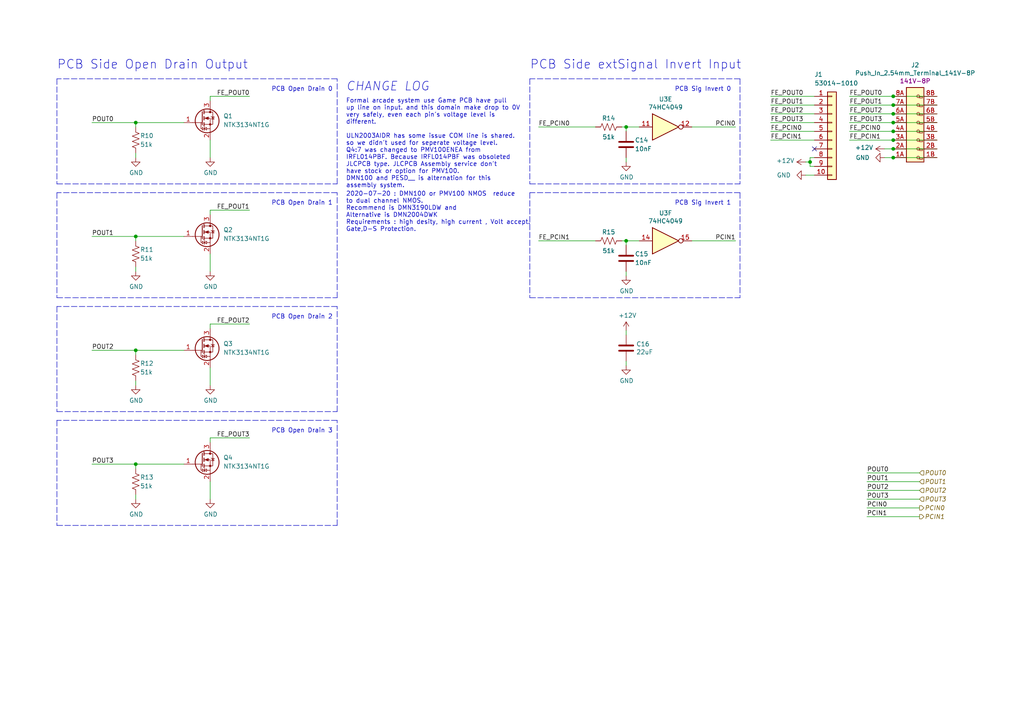
<source format=kicad_sch>
(kicad_sch (version 20210621) (generator eeschema)
  (paper "A4")
  (title_block (title "Host Side") (date "2021-07-20") (rev "0.1") (company "Jinwoo Park, pmnxis@gmail.com") (comment 2 "IoT automation & statics support gadget for") (comment 3 "arcade amusement machine with WLAN.") (comment 4 "CERN-OHL-S-2.0"))
  (lib_symbols
    (symbol "4xxx:4049" (pin_names (offset 1.016))
      (property "Reference" "U" (at 0 1.27 0))
      (property "Value" "4049" (at 0 -1.27 0))
      (symbol "4049_1_0"
        (polyline (pts (xy -3.81 3.81) (xy -3.81 -3.81) (xy 3.81 0) (xy -3.81 3.81)) (stroke (width 0.254)) (fill (type background)))
        (pin output inverted (at 7.62 0 180) (length 3.81) (name "~") (number "2"))
        (pin input line (at -7.62 0 0) (length 3.81) (name "~") (number "3"))
      )
      (symbol "4049_2_0"
        (polyline (pts (xy -3.81 3.81) (xy -3.81 -3.81) (xy 3.81 0) (xy -3.81 3.81)) (stroke (width 0.254)) (fill (type background)))
        (pin output inverted (at 7.62 0 180) (length 3.81) (name "~") (number "4"))
        (pin input line (at -7.62 0 0) (length 3.81) (name "~") (number "5"))
      )
      (symbol "4049_3_0"
        (polyline (pts (xy -3.81 3.81) (xy -3.81 -3.81) (xy 3.81 0) (xy -3.81 3.81)) (stroke (width 0.254)) (fill (type background)))
        (pin output inverted (at 7.62 0 180) (length 3.81) (name "~") (number "6"))
        (pin input line (at -7.62 0 0) (length 3.81) (name "~") (number "7"))
      )
      (symbol "4049_4_0"
        (polyline (pts (xy -3.81 3.81) (xy -3.81 -3.81) (xy 3.81 0) (xy -3.81 3.81)) (stroke (width 0.254)) (fill (type background)))
        (pin output inverted (at 7.62 0 180) (length 3.81) (name "~") (number "10"))
        (pin input line (at -7.62 0 0) (length 3.81) (name "~") (number "9"))
      )
      (symbol "4049_5_0"
        (polyline (pts (xy -3.81 3.81) (xy -3.81 -3.81) (xy 3.81 0) (xy -3.81 3.81)) (stroke (width 0.254)) (fill (type background)))
        (pin input line (at -7.62 0 0) (length 3.81) (name "~") (number "11"))
        (pin output inverted (at 7.62 0 180) (length 3.81) (name "~") (number "12"))
      )
      (symbol "4049_6_0"
        (polyline (pts (xy -3.81 3.81) (xy -3.81 -3.81) (xy 3.81 0) (xy -3.81 3.81)) (stroke (width 0.254)) (fill (type background)))
        (pin input line (at -7.62 0 0) (length 3.81) (name "~") (number "14"))
        (pin output inverted (at 7.62 0 180) (length 3.81) (name "~") (number "15"))
      )
      (symbol "4049_7_0"
        (pin power_in line (at 0 12.7 270) (length 5.08) (name "VCC") (number "1"))
        (pin power_in line (at 0 -12.7 90) (length 5.08) (name "VSS") (number "8"))
      )
      (symbol "4049_7_1"
        (rectangle (start -5.08 7.62) (end 5.08 -7.62) (stroke (width 0.254)) (fill (type background)))
      )
    )
    (symbol "Connector_Extended_141V:Push_In_2.54mm_Terminal_141V-8P" (pin_names (offset 1.016) hide)
      (property "Reference" "J" (at -3.81 0 0))
      (property "Value" "Push_In_2.54mm_Terminal_141V-8P" (at -1.905 -2.54 0))
      (property "MFR.Part#" "141V-8P" (at -1.905 -5.08 0))
      (symbol "Push_In_2.54mm_Terminal_141V-8P_1_1"
        (circle (center 0.0254 -0.381) (radius 0.4064))
        (circle (center 2.5654 -0.381) (radius 0.4064))
        (circle (center 5.1054 -0.381) (radius 0.4064))
        (circle (center 7.6454 -0.381) (radius 0.4064))
        (circle (center 10.1854 -0.381) (radius 0.4064))
        (circle (center 12.7254 -0.381) (radius 0.4064))
        (circle (center 15.2654 -0.381) (radius 0.4064))
        (circle (center 17.8054 -0.381) (radius 0.4064))
        (rectangle (start -0.4826 0) (end -0.1016 0.889))
        (rectangle (start 2.0574 0) (end 2.4384 0.889))
        (rectangle (start 4.5974 0) (end 4.9784 0.889))
        (rectangle (start 7.1374 0) (end 7.5184 0.889))
        (rectangle (start 9.6774 0) (end 10.0584 0.889))
        (rectangle (start 12.2174 0) (end 12.5984 0.889))
        (rectangle (start 14.7574 0) (end 15.1384 0.889))
        (rectangle (start 17.2974 0) (end 17.6784 0.889))
        (rectangle (start 20.32 1.27) (end -1.27 -3.81) (stroke (width 0.254)) (fill (type background)))
        (pin passive line (at 0 -7.62 90) (length 3.81) (name "Pin_1A") (number "1A"))
        (pin passive line (at 0 5.08 270) (length 3.81) (name "Pin_1B") (number "1B"))
        (pin passive line (at 2.54 -7.62 90) (length 3.81) (name "Pin_2A") (number "2A"))
        (pin passive line (at 2.54 5.08 270) (length 3.81) (name "Pin_2B") (number "2B"))
        (pin passive line (at 5.08 -7.62 90) (length 3.81) (name "Pin_3A") (number "3A"))
        (pin passive line (at 5.08 5.08 270) (length 3.81) (name "Pin_3B") (number "3B"))
        (pin passive line (at 7.62 -7.62 90) (length 3.81) (name "Pin_4A") (number "4A"))
        (pin passive line (at 7.62 5.08 270) (length 3.81) (name "Pin_4B") (number "4B"))
        (pin passive line (at 10.16 -7.62 90) (length 3.81) (name "Pin_5A") (number "5A"))
        (pin passive line (at 10.16 5.08 270) (length 3.81) (name "Pin_5B") (number "5B"))
        (pin passive line (at 12.7 -7.62 90) (length 3.81) (name "Pin_6A") (number "6A"))
        (pin passive line (at 12.7 5.08 270) (length 3.81) (name "Pin_6B") (number "6B"))
        (pin passive line (at 15.24 -7.62 90) (length 3.81) (name "Pin_7A") (number "7A"))
        (pin passive line (at 15.24 5.08 270) (length 3.81) (name "Pin_7B") (number "7B"))
        (pin passive line (at 17.78 -7.62 90) (length 3.81) (name "Pin_8A") (number "8A"))
        (pin passive line (at 17.78 5.08 270) (length 3.81) (name "Pin_8B") (number "8B"))
      )
    )
    (symbol "Connector_Generic:Conn_01x10" (pin_names (offset 1.016) hide)
      (property "Reference" "J" (at 0 12.7 0))
      (property "Value" "Conn_01x10" (at 0 -15.24 0))
      (symbol "Conn_01x10_1_1"
        (rectangle (start -1.27 -12.573) (end 0 -12.827) (stroke (width 0.1524)))
        (rectangle (start -1.27 -10.033) (end 0 -10.287) (stroke (width 0.1524)))
        (rectangle (start -1.27 -7.493) (end 0 -7.747) (stroke (width 0.1524)))
        (rectangle (start -1.27 -4.953) (end 0 -5.207) (stroke (width 0.1524)))
        (rectangle (start -1.27 -2.413) (end 0 -2.667) (stroke (width 0.1524)))
        (rectangle (start -1.27 0.127) (end 0 -0.127) (stroke (width 0.1524)))
        (rectangle (start -1.27 2.667) (end 0 2.413) (stroke (width 0.1524)))
        (rectangle (start -1.27 5.207) (end 0 4.953) (stroke (width 0.1524)))
        (rectangle (start -1.27 7.747) (end 0 7.493) (stroke (width 0.1524)))
        (rectangle (start -1.27 10.287) (end 0 10.033) (stroke (width 0.1524)))
        (rectangle (start -1.27 11.43) (end 1.27 -13.97) (stroke (width 0.254)) (fill (type background)))
        (pin passive line (at -5.08 10.16 0) (length 3.81) (name "Pin_1") (number "1"))
        (pin passive line (at -5.08 -12.7 0) (length 3.81) (name "Pin_10") (number "10"))
        (pin passive line (at -5.08 7.62 0) (length 3.81) (name "Pin_2") (number "2"))
        (pin passive line (at -5.08 5.08 0) (length 3.81) (name "Pin_3") (number "3"))
        (pin passive line (at -5.08 2.54 0) (length 3.81) (name "Pin_4") (number "4"))
        (pin passive line (at -5.08 0 0) (length 3.81) (name "Pin_5") (number "5"))
        (pin passive line (at -5.08 -2.54 0) (length 3.81) (name "Pin_6") (number "6"))
        (pin passive line (at -5.08 -5.08 0) (length 3.81) (name "Pin_7") (number "7"))
        (pin passive line (at -5.08 -7.62 0) (length 3.81) (name "Pin_8") (number "8"))
        (pin passive line (at -5.08 -10.16 0) (length 3.81) (name "Pin_9") (number "9"))
      )
    )
    (symbol "Device:C" (pin_numbers hide) (pin_names (offset 0.254))
      (property "Reference" "C" (at 0.635 2.54 0))
      (property "Value" "C" (at 0.635 -2.54 0))
      (symbol "C_0_1"
        (polyline (pts (xy -2.032 -0.762) (xy 2.032 -0.762)) (stroke (width 0.508)))
        (polyline (pts (xy -2.032 0.762) (xy 2.032 0.762)) (stroke (width 0.508)))
      )
      (symbol "C_1_1"
        (pin passive line (at 0 3.81 270) (length 2.794) (name "~") (number "1"))
        (pin passive line (at 0 -3.81 90) (length 2.794) (name "~") (number "2"))
      )
    )
    (symbol "Device:R_US" (pin_numbers hide) (pin_names (offset 0))
      (property "Reference" "R" (at 2.54 0 90))
      (property "Value" "R_US" (at -2.54 0 90))
      (symbol "R_US_0_1"
        (polyline (pts (xy 0 -2.286) (xy 0 -2.54)))
        (polyline (pts (xy 0 2.286) (xy 0 2.54)))
        (polyline (pts (xy 0 -0.762) (xy 1.016 -1.143) (xy 0 -1.524) (xy -1.016 -1.905) (xy 0 -2.286)))
        (polyline (pts (xy 0 0.762) (xy 1.016 0.381) (xy 0 0) (xy -1.016 -0.381) (xy 0 -0.762)))
        (polyline (pts (xy 0 2.286) (xy 1.016 1.905) (xy 0 1.524) (xy -1.016 1.143) (xy 0 0.762)))
      )
      (symbol "R_US_1_1"
        (pin passive line (at 0 3.81 270) (length 1.27) (name "~") (number "1"))
        (pin passive line (at 0 -3.81 90) (length 1.27) (name "~") (number "2"))
      )
    )
    (symbol "Transistor_FET_Extended:DMN100-7-F" (pin_names hide)
      (property "Reference" "Q" (at 5.08 1.905 0))
      (property "Value" "DMN100-7-F" (at 5.08 0 0))
      (symbol "DMN100-7-F_0_1"
        (circle (center 2.54 -0.508) (radius 0.254) (fill (type outline)))
        (circle (center 2.54 3.048) (radius 0.254) (fill (type outline)))
        (polyline (pts (xy 0.254 0) (xy -2.54 0)))
        (polyline (pts (xy 0.254 3.175) (xy 0.254 -0.635)) (stroke (width 0.254)))
        (polyline (pts (xy 0.762 0) (xy 0.762 -1.016)) (stroke (width 0.254)))
        (polyline (pts (xy 0.762 1.778) (xy 0.762 0.762)) (stroke (width 0.254)))
        (polyline (pts (xy 0.762 3.556) (xy 0.762 2.54)) (stroke (width 0.254)))
        (polyline (pts (xy 2.54 -1.778) (xy 1.524 -1.778)))
        (polyline (pts (xy 2.54 3.81) (xy 2.54 3.048)))
        (polyline (pts (xy -0.127 0) (xy -0.127 -1.778) (xy 0.254 -1.778)))
        (polyline (pts (xy 2.54 -2.54) (xy 2.54 1.27) (xy 0.762 1.27)))
        (polyline (pts (xy 0.762 -0.508) (xy 3.302 -0.508) (xy 3.302 3.048) (xy 0.762 3.048)))
        (polyline (pts (xy 2.794 1.778) (xy 2.921 1.651) (xy 3.683 1.651) (xy 3.81 1.524)))
        (polyline (pts (xy 3.302 1.651) (xy 2.921 1.016) (xy 3.683 1.016) (xy 3.302 1.651)))
        (polyline (pts (xy 1.016 1.27) (xy 2.032 1.651) (xy 2.032 0.889) (xy 1.016 1.27)) (fill (type outline)))
      )
      (symbol "DMN100-7-F_1_1"
        (circle (center 1.651 0.508) (radius 3.4544) (stroke (width 0.254)))
        (polyline (pts (xy 0.762 -2.286) (xy 0.889 -2.159) (xy 0.889 -1.397) (xy 1.016 -1.27)))
        (polyline (pts (xy 0.889 -1.778) (xy 0.254 -1.397) (xy 0.254 -2.159) (xy 0.889 -1.778)))
        (polyline (pts (xy 0.889 -1.778) (xy 1.524 -2.159) (xy 1.524 -1.397) (xy 0.889 -1.778)))
        (pin input line (at -5.08 0 0) (length 2.54) (name "G") (number "1"))
        (pin passive line (at 2.54 -5.08 90) (length 2.54) (name "S") (number "2"))
        (pin passive line (at 2.54 6.35 270) (length 2.54) (name "D") (number "3"))
      )
    )
    (symbol "power:+12V" (power) (pin_names (offset 0))
      (property "Value" "+12V" (at 0 3.556 0))
      (symbol "+12V_0_1"
        (polyline (pts (xy -0.762 1.27) (xy 0 2.54)))
        (polyline (pts (xy 0 0) (xy 0 2.54)))
        (polyline (pts (xy 0 2.54) (xy 0.762 1.27)))
      )
      (symbol "+12V_1_1"
        (pin power_in line (at 0 0 90) (length 0) hide (name "+12V") (number "1"))
      )
    )
    (symbol "power:GND" (power) (pin_names (offset 0))
      (property "Value" "GND" (at 0 -3.81 0))
      (symbol "GND_0_1"
        (polyline (pts (xy 0 0) (xy 0 -1.27) (xy 1.27 -1.27) (xy 0 -2.54) (xy -1.27 -1.27) (xy 0 -1.27)))
      )
      (symbol "GND_1_1"
        (pin power_in line (at 0 0 270) (length 0) hide (name "GND") (number "1"))
      )
    )
  )
  (junction (at 39.37 35.56) (diameter 0.9144))
  (junction (at 39.37 68.58) (diameter 0.9144))
  (junction (at 39.37 101.6) (diameter 0.9144))
  (junction (at 39.37 134.62) (diameter 0.9144))
  (junction (at 181.61 36.83) (diameter 0.9144))
  (junction (at 181.61 69.85) (diameter 0.9144))
  (junction (at 234.95 46.99) (diameter 0.9144))
  (junction (at 259.08 27.94) (diameter 0.9144))
  (junction (at 259.08 30.48) (diameter 0.9144))
  (junction (at 259.08 33.02) (diameter 0.9144))
  (junction (at 259.08 35.56) (diameter 0.9144))
  (junction (at 259.08 38.1) (diameter 0.9144))
  (junction (at 259.08 40.64) (diameter 0.9144))
  (junction (at 259.08 43.18) (diameter 0.9144))
  (junction (at 259.08 45.72) (diameter 0.9144))
  (no_connect (at 236.22 43.18))
  (wire (pts (xy 26.67 35.56) (xy 39.37 35.56)))
  (wire (pts (xy 26.67 68.58) (xy 39.37 68.58)))
  (wire (pts (xy 26.67 101.6) (xy 39.37 101.6)))
  (wire (pts (xy 26.67 134.62) (xy 39.37 134.62)))
  (wire (pts (xy 39.37 35.56) (xy 53.34 35.56)))
  (wire (pts (xy 39.37 36.83) (xy 39.37 35.56)))
  (wire (pts (xy 39.37 45.72) (xy 39.37 44.45)))
  (wire (pts (xy 39.37 68.58) (xy 53.34 68.58)))
  (wire (pts (xy 39.37 69.85) (xy 39.37 68.58)))
  (wire (pts (xy 39.37 78.74) (xy 39.37 77.47)))
  (wire (pts (xy 39.37 101.6) (xy 53.34 101.6)))
  (wire (pts (xy 39.37 102.87) (xy 39.37 101.6)))
  (wire (pts (xy 39.37 111.76) (xy 39.37 110.49)))
  (wire (pts (xy 39.37 134.62) (xy 53.34 134.62)))
  (wire (pts (xy 39.37 135.89) (xy 39.37 134.62)))
  (wire (pts (xy 39.37 144.78) (xy 39.37 143.51)))
  (wire (pts (xy 60.96 27.94) (xy 60.96 29.21)))
  (wire (pts (xy 60.96 45.72) (xy 60.96 40.64)))
  (wire (pts (xy 60.96 60.96) (xy 60.96 62.23)))
  (wire (pts (xy 60.96 78.74) (xy 60.96 73.66)))
  (wire (pts (xy 60.96 93.98) (xy 60.96 95.25)))
  (wire (pts (xy 60.96 111.76) (xy 60.96 106.68)))
  (wire (pts (xy 60.96 127) (xy 60.96 128.27)))
  (wire (pts (xy 60.96 144.78) (xy 60.96 139.7)))
  (wire (pts (xy 72.39 27.94) (xy 60.96 27.94)))
  (wire (pts (xy 72.39 60.96) (xy 60.96 60.96)))
  (wire (pts (xy 72.39 93.98) (xy 60.96 93.98)))
  (wire (pts (xy 72.39 127) (xy 60.96 127)))
  (wire (pts (xy 156.21 36.83) (xy 172.72 36.83)))
  (wire (pts (xy 156.21 69.85) (xy 172.72 69.85)))
  (wire (pts (xy 180.34 36.83) (xy 181.61 36.83)))
  (wire (pts (xy 180.34 69.85) (xy 181.61 69.85)))
  (wire (pts (xy 181.61 36.83) (xy 185.42 36.83)))
  (wire (pts (xy 181.61 38.1) (xy 181.61 36.83)))
  (wire (pts (xy 181.61 46.99) (xy 181.61 45.72)))
  (wire (pts (xy 181.61 69.85) (xy 185.42 69.85)))
  (wire (pts (xy 181.61 71.12) (xy 181.61 69.85)))
  (wire (pts (xy 181.61 80.01) (xy 181.61 78.74)))
  (wire (pts (xy 181.61 95.885) (xy 181.61 97.155)))
  (wire (pts (xy 181.61 106.045) (xy 181.61 104.775)))
  (wire (pts (xy 213.36 36.83) (xy 200.66 36.83)))
  (wire (pts (xy 213.36 69.85) (xy 200.66 69.85)))
  (wire (pts (xy 223.52 27.94) (xy 236.22 27.94)))
  (wire (pts (xy 223.52 30.48) (xy 236.22 30.48)))
  (wire (pts (xy 223.52 33.02) (xy 236.22 33.02)))
  (wire (pts (xy 223.52 35.56) (xy 236.22 35.56)))
  (wire (pts (xy 223.52 38.1) (xy 236.22 38.1)))
  (wire (pts (xy 223.52 40.64) (xy 236.22 40.64)))
  (wire (pts (xy 233.68 46.99) (xy 234.95 46.99)))
  (wire (pts (xy 233.68 50.8) (xy 236.22 50.8)))
  (wire (pts (xy 234.95 45.72) (xy 234.95 46.99)))
  (wire (pts (xy 234.95 45.72) (xy 236.22 45.72)))
  (wire (pts (xy 234.95 46.99) (xy 234.95 48.26)))
  (wire (pts (xy 234.95 48.26) (xy 236.22 48.26)))
  (wire (pts (xy 246.38 27.94) (xy 259.08 27.94)))
  (wire (pts (xy 246.38 30.48) (xy 259.08 30.48)))
  (wire (pts (xy 246.38 33.02) (xy 259.08 33.02)))
  (wire (pts (xy 246.38 35.56) (xy 259.08 35.56)))
  (wire (pts (xy 246.38 38.1) (xy 259.08 38.1)))
  (wire (pts (xy 246.38 40.64) (xy 259.08 40.64)))
  (wire (pts (xy 251.46 137.16) (xy 266.7 137.16)))
  (wire (pts (xy 251.46 139.7) (xy 266.7 139.7)))
  (wire (pts (xy 251.46 142.24) (xy 266.7 142.24)))
  (wire (pts (xy 251.46 144.78) (xy 266.7 144.78)))
  (wire (pts (xy 251.46 147.32) (xy 266.7 147.32)))
  (wire (pts (xy 251.46 149.86) (xy 266.7 149.86)))
  (wire (pts (xy 256.54 43.18) (xy 259.08 43.18)))
  (wire (pts (xy 256.54 45.72) (xy 259.08 45.72)))
  (wire (pts (xy 259.08 30.48) (xy 271.78 30.48)))
  (wire (pts (xy 259.08 35.56) (xy 271.78 35.56)))
  (wire (pts (xy 259.08 40.64) (xy 271.78 40.64)))
  (wire (pts (xy 259.08 43.18) (xy 271.78 43.18)))
  (wire (pts (xy 271.78 27.94) (xy 259.08 27.94)))
  (wire (pts (xy 271.78 33.02) (xy 259.08 33.02)))
  (wire (pts (xy 271.78 38.1) (xy 259.08 38.1)))
  (wire (pts (xy 271.78 45.72) (xy 259.08 45.72)))
  (polyline (pts (xy 16.51 22.86) (xy 16.51 53.34)) (stroke (width 0) (type dash)))
  (polyline (pts (xy 16.51 53.34) (xy 97.79 53.34)) (stroke (width 0) (type dash)))
  (polyline (pts (xy 16.51 55.88) (xy 16.51 86.36)) (stroke (width 0) (type dash)))
  (polyline (pts (xy 16.51 86.36) (xy 97.79 86.36)) (stroke (width 0) (type dash)))
  (polyline (pts (xy 16.51 88.9) (xy 16.51 119.38)) (stroke (width 0) (type dash)))
  (polyline (pts (xy 16.51 119.38) (xy 97.79 119.38)) (stroke (width 0) (type dash)))
  (polyline (pts (xy 16.51 121.92) (xy 16.51 152.4)) (stroke (width 0) (type dash)))
  (polyline (pts (xy 16.51 152.4) (xy 97.79 152.4)) (stroke (width 0) (type dash)))
  (polyline (pts (xy 97.79 22.86) (xy 16.51 22.86)) (stroke (width 0) (type dash)))
  (polyline (pts (xy 97.79 53.34) (xy 97.79 22.86)) (stroke (width 0) (type dash)))
  (polyline (pts (xy 97.79 55.88) (xy 16.51 55.88)) (stroke (width 0) (type dash)))
  (polyline (pts (xy 97.79 86.36) (xy 97.79 55.88)) (stroke (width 0) (type dash)))
  (polyline (pts (xy 97.79 88.9) (xy 16.51 88.9)) (stroke (width 0) (type dash)))
  (polyline (pts (xy 97.79 119.38) (xy 97.79 88.9)) (stroke (width 0) (type dash)))
  (polyline (pts (xy 97.79 121.92) (xy 16.51 121.92)) (stroke (width 0) (type dash)))
  (polyline (pts (xy 97.79 152.4) (xy 97.79 121.92)) (stroke (width 0) (type dash)))
  (polyline (pts (xy 153.67 22.86) (xy 153.67 53.34)) (stroke (width 0) (type dash)))
  (polyline (pts (xy 153.67 53.34) (xy 214.63 53.34)) (stroke (width 0) (type dash)))
  (polyline (pts (xy 153.67 55.88) (xy 153.67 86.36)) (stroke (width 0) (type dash)))
  (polyline (pts (xy 153.67 86.36) (xy 214.63 86.36)) (stroke (width 0) (type dash)))
  (polyline (pts (xy 214.63 22.86) (xy 153.67 22.86)) (stroke (width 0) (type dash)))
  (polyline (pts (xy 214.63 22.86) (xy 214.63 53.34)) (stroke (width 0) (type dash)))
  (polyline (pts (xy 214.63 55.88) (xy 153.67 55.88)) (stroke (width 0) (type dash)))
  (polyline (pts (xy 214.63 55.88) (xy 214.63 86.36)) (stroke (width 0) (type dash)))
  (text "PCB Side Open Drain Output" (at 16.51 20.32 0) (effects (font (size 2.54 2.54)) (justify left bottom)))
  (text "PCB Open Drain 0" (at 96.52 26.67 180) (effects (font (size 1.27 1.27)) (justify right bottom)))
  (text "PCB Open Drain 1" (at 96.52 59.69 180) (effects (font (size 1.27 1.27)) (justify right bottom)))
  (text "PCB Open Drain 2" (at 96.52 92.71 180) (effects (font (size 1.27 1.27)) (justify right bottom)))
  (text "PCB Open Drain 3" (at 96.52 125.73 180) (effects (font (size 1.27 1.27)) (justify right bottom)))
  (text "CHANGE LOG" (at 100.33 26.67 0) (effects (font (size 2.54 2.54) italic) (justify left bottom)))
  (text "Formal arcade system use Game PCB have pull\nup line on input. and this domain make drop to 0V\nvery safely, even each pin's voltage level is\ndifferent.\n\nULN2003AIDR has some issue COM line is shared.\nso we didn't used for seperate voltage level.\nQ4:7 was changed to PMV100ENEA from\nIRFL014PBF. Because IRFL014PBF was obsoleted \nJLCPCB type. JLCPCB Assembly service don't \nhave stock or option for PMV100.\nDMN100 and PESD__ is alternation for this\nassembly system." (at 100.33 54.61 0) (effects (font (size 1.27 1.27)) (justify left bottom)))
  (text "2020-07-20 : DMN100 or PMV100 NMOS  reduce\nto dual channel NMOS.\nRecommend is DMN3190LDW and\nAlternative is DMN2004DWK\nRequirements : high desity, high current , Volt accept.\nGate,D-S Protection." (at 100.33 67.31 0) (effects (font (size 1.27 1.27)) (justify left bottom)))
  (text "PCB Side extSignal Invert Input" (at 153.67 20.32 0) (effects (font (size 2.54 2.54)) (justify left bottom)))
  (text "PCB Sig Invert 0" (at 212.09 26.67 180) (effects (font (size 1.27 1.27)) (justify right bottom)))
  (text "PCB Sig Invert 1" (at 212.09 59.69 180) (effects (font (size 1.27 1.27)) (justify right bottom)))
  (label "POUT0" (at 26.67 35.56 0))
  (label "POUT1" (at 26.67 68.58 0))
  (label "POUT2" (at 26.67 101.6 0))
  (label "POUT3" (at 26.67 134.62 0))
  (label "FE_POUT0" (at 72.39 27.94 180))
  (label "FE_POUT1" (at 72.39 60.96 180))
  (label "FE_POUT2" (at 72.39 93.98 180))
  (label "FE_POUT3" (at 72.39 127 180))
  (label "FE_PCIN0" (at 156.21 36.83 0))
  (label "FE_PCIN1" (at 156.21 69.85 0))
  (label "PCIN0" (at 213.36 36.83 180))
  (label "PCIN1" (at 213.36 69.85 180))
  (label "FE_POUT0" (at 223.52 27.94 0))
  (label "FE_POUT1" (at 223.52 30.48 0))
  (label "FE_POUT2" (at 223.52 33.02 0))
  (label "FE_POUT3" (at 223.52 35.56 0))
  (label "FE_PCIN0" (at 223.52 38.1 0))
  (label "FE_PCIN1" (at 223.52 40.64 0))
  (label "FE_POUT0" (at 246.38 27.94 0))
  (label "FE_POUT1" (at 246.38 30.48 0))
  (label "FE_POUT2" (at 246.38 33.02 0))
  (label "FE_POUT3" (at 246.38 35.56 0))
  (label "FE_PCIN0" (at 246.38 38.1 0))
  (label "FE_PCIN1" (at 246.38 40.64 0))
  (label "POUT0" (at 251.46 137.16 0))
  (label "POUT1" (at 251.46 139.7 0))
  (label "POUT2" (at 251.46 142.24 0))
  (label "POUT3" (at 251.46 144.78 0))
  (label "PCIN0" (at 251.46 147.32 0))
  (label "PCIN1" (at 251.46 149.86 0))
  (hierarchical_label "POUT0" (shape input) (at 266.7 137.16 0) (effects (font italic)))
  (hierarchical_label "POUT1" (shape input) (at 266.7 139.7 0) (effects (font italic)))
  (hierarchical_label "POUT2" (shape input) (at 266.7 142.24 0) (effects (font italic)))
  (hierarchical_label "POUT3" (shape input) (at 266.7 144.78 0) (effects (font italic)))
  (hierarchical_label "PCIN0" (shape output) (at 266.7 147.32 0) (effects (font italic)))
  (hierarchical_label "PCIN1" (shape output) (at 266.7 149.86 0) (effects (font italic)))
  (symbol (lib_id "power:+12V") (at 181.61 95.885 0) (unit 1)
    (property "Reference" "#PWR033" (effects hide))
    (property "Value" "+12V" (at 181.991 91.4908 0))
  )
  (symbol (lib_id "power:+12V") (at 233.68 46.99 90) (unit 1)
    (property "Reference" "#PWR035" (effects hide))
    (property "Value" "+12V" (at 230.4288 46.609 90) (effects (justify left)))
  )
  (symbol (lib_id "power:+12V") (at 256.54 43.18 90) (unit 1)
    (property "Reference" "#PWR037" (effects hide))
    (property "Value" "+12V" (at 253.2888 42.799 90) (effects (justify left)))
  )
  (symbol (lib_id "power:GND") (at 39.37 45.72 0) (unit 1)
    (property "Reference" "#PWR023" (effects hide))
    (property "Value" "GND" (at 39.497 50.1142 0))
  )
  (symbol (lib_id "power:GND") (at 39.37 78.74 0) (unit 1)
    (property "Reference" "#PWR024" (effects hide))
    (property "Value" "GND" (at 39.497 83.1342 0))
  )
  (symbol (lib_id "power:GND") (at 39.37 111.76 0) (unit 1)
    (property "Reference" "#PWR025" (effects hide))
    (property "Value" "GND" (at 39.497 116.1542 0))
  )
  (symbol (lib_id "power:GND") (at 39.37 144.78 0) (unit 1)
    (property "Reference" "#PWR026" (effects hide))
    (property "Value" "GND" (at 39.497 149.1742 0))
  )
  (symbol (lib_id "power:GND") (at 60.96 45.72 0) (unit 1)
    (property "Reference" "#PWR027" (effects hide))
    (property "Value" "GND" (at 61.087 50.1142 0))
  )
  (symbol (lib_id "power:GND") (at 60.96 78.74 0) (unit 1)
    (property "Reference" "#PWR028" (effects hide))
    (property "Value" "GND" (at 61.087 83.1342 0))
  )
  (symbol (lib_id "power:GND") (at 60.96 111.76 0) (unit 1)
    (property "Reference" "#PWR029" (effects hide))
    (property "Value" "GND" (at 61.087 116.1542 0))
  )
  (symbol (lib_id "power:GND") (at 60.96 144.78 0) (unit 1)
    (property "Reference" "#PWR030" (effects hide))
    (property "Value" "GND" (at 61.087 149.1742 0))
  )
  (symbol (lib_id "power:GND") (at 181.61 46.99 0) (unit 1)
    (property "Reference" "#PWR031" (effects hide))
    (property "Value" "GND" (at 181.737 51.3842 0))
  )
  (symbol (lib_id "power:GND") (at 181.61 80.01 0) (unit 1)
    (property "Reference" "#PWR032" (effects hide))
    (property "Value" "GND" (at 181.737 84.4042 0))
  )
  (symbol (lib_id "power:GND") (at 181.61 106.045 0) (unit 1)
    (property "Reference" "#PWR034" (effects hide))
    (property "Value" "GND" (at 181.737 110.4392 0))
  )
  (symbol (lib_id "power:GND") (at 233.68 50.8 270) (unit 1)
    (property "Reference" "#PWR036" (effects hide))
    (property "Value" "GND" (at 227.33 50.8 90))
  )
  (symbol (lib_id "power:GND") (at 256.54 45.72 270) (unit 1)
    (property "Reference" "#PWR038" (effects hide))
    (property "Value" "GND" (at 250.19 45.72 90))
  )
  (symbol (lib_id "Device:R_US") (at 39.37 40.64 0) (unit 1)
    (property "Reference" "R10" (at 40.64 39.37 0) (effects (justify left)))
    (property "Value" "51k" (at 40.64 41.91 0) (effects (justify left)))
    (property "Footprint" "Resistor_SMD:R_0402_1005Metric" (effects hide))
    (property "LCSC Part" "C25794" (effects hide))
    (property "MFR.Part#" "0402WGF5102TCE" (effects hide))
    (property "Manufacturer" "ANY" (effects hide))
    (property "Mount" "SMD" (effects hide))
    (property "ODR.Part#" "RES 51k 1005" (effects hide))
    (property "Packaging" "1005" (effects hide))
    (property "Supplier" "JLCPCB-Basic" (effects hide))
  )
  (symbol (lib_id "Device:R_US") (at 39.37 73.66 0) (unit 1)
    (property "Reference" "R11" (at 40.64 72.39 0) (effects (justify left)))
    (property "Value" "51k" (at 40.64 74.93 0) (effects (justify left)))
    (property "Footprint" "Resistor_SMD:R_0402_1005Metric" (effects hide))
    (property "LCSC Part" "C25794" (effects hide))
    (property "MFR.Part#" "0402WGF5102TCE" (effects hide))
    (property "Manufacturer" "ANY" (effects hide))
    (property "Mount" "SMD" (effects hide))
    (property "ODR.Part#" "RES 51k 1005" (effects hide))
    (property "Packaging" "1005" (effects hide))
    (property "Supplier" "JLCPCB-Basic" (effects hide))
  )
  (symbol (lib_id "Device:R_US") (at 39.37 106.68 0) (unit 1)
    (property "Reference" "R12" (at 40.64 105.41 0) (effects (justify left)))
    (property "Value" "51k" (at 40.64 107.95 0) (effects (justify left)))
    (property "Footprint" "Resistor_SMD:R_0402_1005Metric" (effects hide))
    (property "LCSC Part" "C25794" (effects hide))
    (property "MFR.Part#" "0402WGF5102TCE" (effects hide))
    (property "Manufacturer" "ANY" (effects hide))
    (property "Mount" "SMD" (effects hide))
    (property "ODR.Part#" "RES 51k 1005" (effects hide))
    (property "Packaging" "1005" (effects hide))
    (property "Supplier" "JLCPCB-Basic" (effects hide))
  )
  (symbol (lib_id "Device:R_US") (at 39.37 139.7 0) (unit 1)
    (property "Reference" "R13" (at 40.64 138.43 0) (effects (justify left)))
    (property "Value" "51k" (at 40.64 140.97 0) (effects (justify left)))
    (property "Footprint" "Resistor_SMD:R_0402_1005Metric" (effects hide))
    (property "LCSC Part" "C25794" (effects hide))
    (property "MFR.Part#" "0402WGF5102TCE" (effects hide))
    (property "Manufacturer" "ANY" (effects hide))
    (property "Mount" "SMD" (effects hide))
    (property "ODR.Part#" "RES 51k 1005" (effects hide))
    (property "Packaging" "1005" (effects hide))
    (property "Supplier" "JLCPCB-Basic" (effects hide))
  )
  (symbol (lib_id "Device:R_US") (at 176.53 36.83 90) (unit 1)
    (property "Reference" "R14" (at 176.53 34.29 90))
    (property "Value" "51k" (at 176.53 39.7256 90))
    (property "Footprint" "Resistor_SMD:R_0402_1005Metric" (effects hide))
    (property "LCSC Part" "C25794" (effects hide))
    (property "MFR.Part#" "0402WGF5102TCE" (effects hide))
    (property "Manufacturer" "ANY" (effects hide))
    (property "Mount" "SMD" (effects hide))
    (property "ODR.Part#" "RES 51k 1005" (effects hide))
    (property "Packaging" "1005" (effects hide))
    (property "Supplier" "JLCPCB-Basic" (effects hide))
  )
  (symbol (lib_id "Device:R_US") (at 176.53 69.85 90) (unit 1)
    (property "Reference" "R15" (at 176.53 67.31 90))
    (property "Value" "51k" (at 176.53 72.7456 90))
    (property "Footprint" "Resistor_SMD:R_0402_1005Metric" (effects hide))
    (property "LCSC Part" "C25794" (effects hide))
    (property "MFR.Part#" "0402WGF5102TCE" (effects hide))
    (property "Manufacturer" "ANY" (effects hide))
    (property "Mount" "SMD" (effects hide))
    (property "ODR.Part#" "RES 51k 1005" (effects hide))
    (property "Packaging" "1005" (effects hide))
    (property "Supplier" "JLCPCB-Basic" (effects hide))
  )
  (symbol (lib_id "Device:C") (at 181.61 41.91 0) (unit 1)
    (property "Reference" "C14" (at 184.15 40.64 0) (effects (justify left)))
    (property "Value" "10nF" (at 184.15 43.18 0) (effects (justify left)))
    (property "Footprint" "Capacitor_SMD:C_0402_1005Metric" (effects hide))
    (property "Datasheet" "https://www.samsungsem.com/resources/file/global/support/product_catalog/MLCC.pdf" (effects hide))
    (property "LCSC Part" "C15195" (effects hide))
    (property "MFR.Part#" "CL05B103KB5NNNC" (effects hide))
    (property "Manufacturer" "ANY" (effects hide))
    (property "Mount" "SMD" (effects hide))
    (property "ODR.Part#" "CAP 10nF 1005" (effects hide))
    (property "Packaging" "1005" (effects hide))
    (property "Supplier" "JLCPCB-Basic" (effects hide))
  )
  (symbol (lib_id "Device:C") (at 181.61 74.93 0) (unit 1)
    (property "Reference" "C15" (at 184.15 73.66 0) (effects (justify left)))
    (property "Value" "10nF" (at 184.15 76.2 0) (effects (justify left)))
    (property "Footprint" "Capacitor_SMD:C_0402_1005Metric" (effects hide))
    (property "Datasheet" "https://www.samsungsem.com/resources/file/global/support/product_catalog/MLCC.pdf" (effects hide))
    (property "LCSC Part" "C15195" (effects hide))
    (property "MFR.Part#" "CL05B103KB5NNNC" (effects hide))
    (property "Manufacturer" "ANY" (effects hide))
    (property "Mount" "SMD" (effects hide))
    (property "ODR.Part#" "CAP 10nF 1005" (effects hide))
    (property "Packaging" "1005" (effects hide))
    (property "Supplier" "JLCPCB-Basic" (effects hide))
  )
  (symbol (lib_id "Device:C") (at 181.61 100.965 0) (unit 1)
    (property "Reference" "C16" (at 184.531 99.7966 0) (effects (justify left)))
    (property "Value" "22uF" (at 184.531 102.108 0) (effects (justify left)))
    (property "Footprint" "Capacitor_SMD:C_0805_2012Metric" (effects hide))
    (property "Datasheet" "https://www.samsungsem.com/resources/file/global/support/product_catalog/MLCC.pdf" (effects hide))
    (property "LCSC Part" "C45783" (effects hide))
    (property "MFR.Part#" "CL21A226MAQNNNE" (effects hide))
    (property "Manufacturer" "ANY" (effects hide))
    (property "Mount" "SMD" (effects hide))
    (property "ODR.Part#" "CAP 22uF 25V 2012" (effects hide))
    (property "Packaging" "2012" (effects hide))
    (property "Supplier" "JLCPCB-Basic" (effects hide))
  )
  (symbol (lib_id "Transistor_FET_Extended:DMN100-7-F") (at 58.42 35.56 0) (unit 1)
    (property "Reference" "Q1" (at 64.77 33.6549 0) (effects (justify left)))
    (property "Value" "NTK3134NT1G" (at 64.77 36.1949 0) (effects (justify left)))
    (property "Footprint" "Package_TO_SOT_SMD:SOT-723" (effects hide))
    (property "Datasheet" "https://www.onsemi.com/pdf/datasheet/ntk3134n-d.pdf" (effects hide))
    (property "MFR.Part#" "NTK3134NT1G" (effects hide))
    (property "ODR.Part#" "NTK3134NT1G" (effects hide))
    (property "Manufacturer" "ON Semicon" (effects hide))
    (property "Mount" "SMD" (effects hide))
    (property "Packaging" "SOT-723" (effects hide))
    (property "Supplier" "JLCPCB-Extended" (effects hide))
    (property "LCSC Part" "C97777" (effects hide))
  )
  (symbol (lib_id "Transistor_FET_Extended:DMN100-7-F") (at 58.42 68.58 0) (unit 1)
    (property "Reference" "Q2" (at 64.77 66.6749 0) (effects (justify left)))
    (property "Value" "NTK3134NT1G" (at 64.77 69.2149 0) (effects (justify left)))
    (property "Footprint" "Package_TO_SOT_SMD:SOT-723" (effects hide))
    (property "Datasheet" "https://www.onsemi.com/pdf/datasheet/ntk3134n-d.pdf" (effects hide))
    (property "MFR.Part#" "NTK3134NT1G" (effects hide))
    (property "ODR.Part#" "NTK3134NT1G" (effects hide))
    (property "Manufacturer" "ON Semicon" (effects hide))
    (property "Mount" "SMD" (effects hide))
    (property "Packaging" "SOT-723" (effects hide))
    (property "Supplier" "JLCPCB-Extended" (effects hide))
    (property "LCSC Part" "C97777" (effects hide))
  )
  (symbol (lib_id "Transistor_FET_Extended:DMN100-7-F") (at 58.42 101.6 0) (unit 1)
    (property "Reference" "Q3" (at 64.77 99.6949 0) (effects (justify left)))
    (property "Value" "NTK3134NT1G" (at 64.77 102.2349 0) (effects (justify left)))
    (property "Footprint" "Package_TO_SOT_SMD:SOT-723" (effects hide))
    (property "Datasheet" "https://www.onsemi.com/pdf/datasheet/ntk3134n-d.pdf" (effects hide))
    (property "MFR.Part#" "NTK3134NT1G" (effects hide))
    (property "ODR.Part#" "NTK3134NT1G" (effects hide))
    (property "Manufacturer" "ON Semicon" (effects hide))
    (property "Mount" "SMD" (effects hide))
    (property "Packaging" "SOT-723" (effects hide))
    (property "Supplier" "JLCPCB-Extended" (effects hide))
    (property "LCSC Part" "C97777" (effects hide))
  )
  (symbol (lib_id "Transistor_FET_Extended:DMN100-7-F") (at 58.42 134.62 0) (unit 1)
    (property "Reference" "Q4" (at 64.77 132.7149 0) (effects (justify left)))
    (property "Value" "NTK3134NT1G" (at 64.77 135.2549 0) (effects (justify left)))
    (property "Footprint" "Package_TO_SOT_SMD:SOT-723" (effects hide))
    (property "Datasheet" "https://www.onsemi.com/pdf/datasheet/ntk3134n-d.pdf" (effects hide))
    (property "MFR.Part#" "NTK3134NT1G" (effects hide))
    (property "ODR.Part#" "NTK3134NT1G" (effects hide))
    (property "Manufacturer" "ON Semicon" (effects hide))
    (property "Mount" "SMD" (effects hide))
    (property "Packaging" "SOT-723" (effects hide))
    (property "Supplier" "JLCPCB-Extended" (effects hide))
    (property "LCSC Part" "C97777" (effects hide))
  )
  (symbol (lib_id "4xxx:4049") (at 193.04 36.83 0) (unit 5)
    (property "Reference" "U3" (at 193.04 28.7782 0))
    (property "Value" "74HC4049" (at 193.04 31.0896 0))
    (property "Footprint" "Package_SO:TSSOP-16_4.4x5mm_P0.65mm" (effects hide))
    (property "Datasheet" "https://www.onsemi.com/pub/Collateral/MC14049UB-D.PDF" (effects hide))
    (property "MFR.Part#" "MC14049UBDTR2GOS" (effects hide))
    (property "Manufacturer" "On Semi" (effects hide))
    (property "Mount" "SMD" (effects hide))
    (property "ODR.Part#" "MC14049UBDTR2GOS" (effects hide))
    (property "Packaging" "16-TSSOP (0.173\", 4.40mm Width)" (effects hide))
    (property "Supplier" "Digikey" (effects hide))
  )
  (symbol (lib_id "4xxx:4049") (at 193.04 69.85 0) (unit 6)
    (property "Reference" "U3" (at 193.04 61.7982 0))
    (property "Value" "74HC4049" (at 193.04 64.1096 0))
    (property "Footprint" "Package_SO:TSSOP-16_4.4x5mm_P0.65mm" (effects hide))
    (property "Datasheet" "https://www.onsemi.com/pub/Collateral/MC14049UB-D.PDF" (effects hide))
    (property "MFR.Part#" "MC14049UBDTR2GOS" (effects hide))
    (property "Manufacturer" "On Semi" (effects hide))
    (property "Mount" "SMD" (effects hide))
    (property "ODR.Part#" "MC14049UBDTR2GOS" (effects hide))
    (property "Packaging" "16-TSSOP (0.173\", 4.40mm Width)" (effects hide))
    (property "Supplier" "Digikey" (effects hide))
  )
  (symbol (lib_id "Connector_Generic:Conn_01x10") (at 241.3 38.1 0) (unit 1)
    (property "Reference" "J1" (at 236.22 21.59 0) (effects (justify left)))
    (property "Value" "53014-1010" (at 236.22 24.13 0) (effects (justify left)))
    (property "Footprint" "Connector_Extended_Molex_53014:Molex_MicroBlade_53014-1000_1x10_P2.00mm_Vertical" (effects hide))
    (property "Datasheet" "https://www.molex.com/pdm_docs/sd/530140410_sd.pdf" (effects hide))
    (property "MFR.Part#" "53014-1010" (effects hide))
    (property "Manufacturer" "Molex" (effects hide))
    (property "Mount" "TH" (effects hide))
    (property "ODR.Part#" "53014-1010" (effects hide))
    (property "Packaging" "DIP-10-2mm" (effects hide))
    (property "Supplier" "Asian Supplier" (effects hide))
  )
  (symbol (lib_id "Connector_Extended_141V:Push_In_2.54mm_Terminal_141V-8P") (at 266.7 45.72 270) (mirror x) (unit 1)
    (property "Reference" "J2" (at 265.43 18.8722 90))
    (property "Value" "Push_In_2.54mm_Terminal_141V-8P" (at 265.43 21.1836 90))
    (property "Footprint" "Connector_Extended_141V:TERMINAL_141V-8P" (effects hide))
    (property "Datasheet" "https://www.dinkle.com/en/terminal/outpagepdf.php?dpid=772" (effects hide))
    (property "MFR.Part#" "141V-8P" (at 265.43 23.495 90))
    (property "ODR.Part#" "141V-8P" (effects hide))
    (property "Manufacturer" "Dinkle or DEGSON" (effects hide))
    (property "Mount" "TH" (effects hide))
    (property "Packaging" "2.54mmP-8" (effects hide))
    (property "Supplier" "Asian Supplier" (effects hide))
  )
)
</source>
